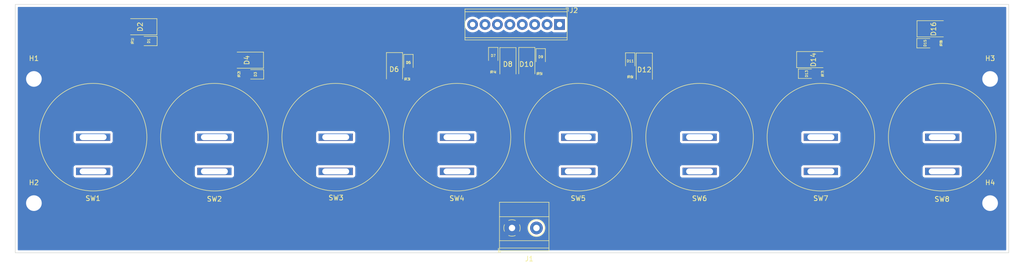
<source format=kicad_pcb>
(kicad_pcb (version 20211014) (generator pcbnew)
  (layers (0 "F.Cu" signal) (31 "B.Cu" power) (34 "B.Paste" user) (35 "F.Paste" user) (36 "B.SilkS" user "B.Silkscreen") (37 "F.SilkS" user "F.Silkscreen") (38 "B.Mask" user) (39 "F.Mask" user) (44 "Edge.Cuts" user))
  (net 0 "")
  (net 1 "OUT1")
  (net 2 "Net-(D1-Pad2)")
  (net 3 "PSW1")
  (net 4 "OUT2")
  (net 5 "Net-(D3-Pad2)")
  (net 6 "PSW2")
  (net 7 "OUT3")
  (net 8 "Net-(D5-Pad2)")
  (net 9 "PSW3")
  (net 10 "OUT4")
  (net 11 "Net-(D7-Pad2)")
  (net 12 "PSW4")
  (net 13 "OUT5")
  (net 14 "Net-(D9-Pad2)")
  (net 15 "PSW5")
  (net 16 "OUT6")
  (net 17 "Net-(D11-Pad2)")
  (net 18 "PSW6")
  (net 19 "OUT7")
  (net 20 "Net-(D13-Pad2)")
  (net 21 "PSW7")
  (net 22 "OUT8")
  (net 23 "Net-(D15-Pad2)")
  (net 24 "PSW8")
  (net 25 "POW IN")
  (net 26 "GND")
  (footprint "Rocker:RockerSwitch" (layer "F.Cu") (at 90.94 52.55 180)
    (fp_text reference "SW3" (at -0.07 -12.4 unlocked) (layer "F.SilkS"))
    (fp_text value "SW_DIP_x01")
    (fp_circle (center 0 0) (end 11 0) (layer "F.SilkS") (width 0.12) (fill none))
    (pad "1" thru_hole rect (at 0 -7 180) (size 7 1.5) (drill oval 5.5 1.2) (layers *.Cu *.Mask "B.Adhes") (net 25 "POW IN"))
    (pad "2" thru_hole rect (at 0 0 180) (size 7 1.5) (drill oval 5.5 1.2) (layers *.Cu *.Mask) (net 9 "PSW3"))
  )
  (footprint "TerminalBlock_Phoenix:TerminalBlock_Phoenix_MPT-0,5-8-2.54_1x08_P2.54mm_Horizontal" (layer "F.Cu") (at 136.72 29.5 180)
    (fp_text reference "J2" (at -2.92 2.88) (layer "F.SilkS"))
    (fp_text value "POWER OUT")
    (fp_line (start -1.56 -2.7) (end 19.341 -2.7) (layer "F.SilkS") (width 0.12))
    (fp_line (start -1.56 3.16) (end 19.341 3.16) (layer "F.SilkS") (width 0.12))
    (fp_line (start -1.56 -3.16) (end 19.341 -3.16) (layer "F.SilkS") (width 0.12))
    (fp_line (start -1.56 2.6) (end 19.341 2.6) (layer "F.SilkS") (width 0.12))
    (fp_line (start -1.56 -3.16) (end -1.56 3.16) (layer "F.SilkS") (width 0.12))
    (fp_line (start 19.341 -3.16) (end 19.341 3.16) (layer "F.SilkS") (width 0.12))
    (fp_line (start -1.8 2.66) (end -1.8 3.4) (layer "F.SilkS") (width 0.12))
    (fp_line (start -1.8 3.4) (end -1.3 3.4) (layer "F.SilkS") (width 0.12))
    (pad "1" thru_hole rect (at 0 0 180) (size 2.2 2.2) (drill 1.1) (layers *.Cu *.Mask) (net 22 "OUT8"))
    (pad "2" thru_hole circle (at 2.54 0 180) (size 2.2 2.2) (drill 1.1) (layers *.Cu *.Mask) (net 19 "OUT7"))
    (pad "3" thru_hole circle (at 5.08 0 180) (size 2.2 2.2) (drill 1.1) (layers *.Cu *.Mask) (net 16 "OUT6"))
    (pad "4" thru_hole circle (at 7.62 0 180) (size 2.2 2.2) (drill 1.1) (layers *.Cu *.Mask) (net 13 "OUT5"))
    (pad "5" thru_hole circle (at 10.16 0 180) (size 2.2 2.2) (drill 1.1) (layers *.Cu *.Mask) (net 10 "OUT4"))
    (pad "6" thru_hole circle (at 12.7 0 180) (size 2.2 2.2) (drill 1.1) (layers *.Cu *.Mask) (net 7 "OUT3"))
    (pad "7" thru_hole circle (at 15.24 0 180) (size 2.2 2.2) (drill 1.1) (layers *.Cu *.Mask) (net 4 "OUT2"))
    (pad "8" thru_hole circle (at 17.78 0 180) (size 2.2 2.2) (drill 1.1) (layers *.Cu *.Mask) (net 1 "OUT1"))
  )
  (footprint "Rocker:RockerSwitch" (layer "F.Cu") (at 165.37 52.55 180)
    (fp_text reference "SW6" (at 0.01 -12.54 unlocked) (layer "F.SilkS"))
    (fp_text value "SW_DIP_x01")
    (fp_circle (center 0 0) (end 11 0) (layer "F.SilkS") (width 0.12) (fill none))
    (pad "1" thru_hole rect (at 0 -7 180) (size 7 1.5) (drill oval 5.5 1.2) (layers *.Cu *.Mask "B.Adhes") (net 25 "POW IN"))
    (pad "2" thru_hole rect (at 0 0 180) (size 7 1.5) (drill oval 5.5 1.2) (layers *.Cu *.Mask) (net 18 "PSW6"))
  )
  (footprint "Rocker:RockerSwitch" (layer "F.Cu") (at 190.18 52.55 180)
    (fp_text reference "SW7" (at 0.02 -12.52 unlocked) (layer "F.SilkS"))
    (fp_text value "SW_DIP_x01")
    (fp_circle (center 0 0) (end 11 0) (layer "F.SilkS") (width 0.12) (fill none))
    (pad "1" thru_hole rect (at 0 -7 180) (size 7 1.5) (drill oval 5.5 1.2) (layers *.Cu *.Mask "B.Adhes") (net 25 "POW IN"))
    (pad "2" thru_hole rect (at 0 0 180) (size 7 1.5) (drill oval 5.5 1.2) (layers *.Cu *.Mask) (net 21 "PSW7"))
  )
  (footprint "Resistor_SMD:R_0603_1608Metric" (layer "F.Cu") (at 214.765 33.33)
    (fp_text reference "R8" (at 0 0 90) (layer "F.SilkS") (effects (font (size 0.5 0.5) (thickness 0.1))))
    (fp_text value "2.9K")
    (fp_line (start -0.237258 -0.5225) (end 0.237258 -0.5225) (layer "F.SilkS") (width 0.12))
    (fp_line (start -0.237258 0.5225) (end 0.237258 0.5225) (layer "F.SilkS") (width 0.12))
    (pad "1" smd roundrect (at -0.825 0) (size 0.8 0.95) (layers "F.Cu" "F.Paste" "F.Mask") (net 23 "Net-(D15-Pad2)"))
    (pad "2" smd roundrect (at 0.825 0) (size 0.8 0.95) (layers "F.Cu" "F.Paste" "F.Mask") (net 24 "PSW8"))
  )
  (footprint "Resistor_SMD:R_0603_1608Metric" (layer "F.Cu") (at 151.18 40.22 -90)
    (fp_text reference "R6" (at 0 0 180) (layer "F.SilkS") (effects (font (size 0.5 0.5) (thickness 0.1))))
    (fp_text value "2.9K")
    (fp_line (start -0.237258 0.5225) (end 0.237258 0.5225) (layer "F.SilkS") (width 0.12))
    (fp_line (start -0.237258 -0.5225) (end 0.237258 -0.5225) (layer "F.SilkS") (width 0.12))
    (pad "1" smd roundrect (at -0.825 0 270) (size 0.8 0.95) (layers "F.Cu" "F.Paste" "F.Mask") (net 17 "Net-(D11-Pad2)"))
    (pad "2" smd roundrect (at 0.825 0 270) (size 0.8 0.95) (layers "F.Cu" "F.Paste" "F.Mask") (net 18 "PSW6"))
  )
  (footprint "Diode_SMD:D_SMA" (layer "F.Cu") (at 102.97 38.65 -90)
    (fp_text reference "D6" (at 0.03 0.08 180) (layer "F.SilkS"))
    (fp_text value "D_Small")
    (fp_line (start -3.4 -1.65) (end -3.4 1.65) (layer "F.SilkS") (width 0.12))
    (fp_line (start -3.4 1.65) (end 2 1.65) (layer "F.SilkS") (width 0.12))
    (fp_line (start -3.4 -1.65) (end 2 -1.65) (layer "F.SilkS") (width 0.12))
    (pad "1" smd rect (at -2 0 270) (size 2.5 1.8) (layers "F.Cu" "F.Paste" "F.Mask") (net 7 "OUT3"))
    (pad "2" smd rect (at 2 0 270) (size 2.5 1.8) (layers "F.Cu" "F.Paste" "F.Mask") (net 9 "PSW3"))
  )
  (footprint "Resistor_SMD:R_0603_1608Metric" (layer "F.Cu") (at 105.57 40.67 -90)
    (fp_text reference "R3" (at 0.02 0.01 180) (layer "F.SilkS") (effects (font (size 0.5 0.5) (thickness 0.1))))
    (fp_text value "2.9K")
    (fp_line (start -0.237258 -0.5225) (end 0.237258 -0.5225) (layer "F.SilkS") (width 0.12))
    (fp_line (start -0.237258 0.5225) (end 0.237258 0.5225) (layer "F.SilkS") (width 0.12))
    (pad "1" smd roundrect (at -0.825 0 270) (size 0.8 0.95) (layers "F.Cu" "F.Paste" "F.Mask") (net 8 "Net-(D5-Pad2)"))
    (pad "2" smd roundrect (at 0.825 0 270) (size 0.8 0.95) (layers "F.Cu" "F.Paste" "F.Mask") (net 9 "PSW3"))
  )
  (footprint "LED_SMD:LED_0805_2012Metric" (layer "F.Cu") (at 105.82 37.31 -90)
    (fp_text reference "D5" (at -0.01 0.01 180) (layer "F.SilkS") (effects (font (size 0.5 0.5))))
    (fp_text value "LED")
    (fp_line (start -1.685 0.96) (end 1 0.96) (layer "F.SilkS") (width 0.12))
    (fp_line (start 1 -0.96) (end -1.685 -0.96) (layer "F.SilkS") (width 0.12))
    (fp_line (start -1.685 -0.96) (end -1.685 0.96) (layer "F.SilkS") (width 0.12))
    (pad "1" smd roundrect (at -0.9375 0 270) (size 0.975 1.4) (layers "F.Cu" "F.Paste" "F.Mask") (net 7 "OUT3"))
    (pad "2" smd roundrect (at 0.9375 0 270) (size 0.975 1.4) (layers "F.Cu" "F.Paste" "F.Mask") (net 8 "Net-(D5-Pad2)"))
  )
  (footprint "Diode_SMD:D_SMA" (layer "F.Cu") (at 188.62 36.69)
    (fp_text reference "D14" (at 0.029999 0.04 90) (layer "F.SilkS"))
    (fp_text value "D_Small")
    (fp_line (start -3.4 -1.65) (end -3.4 1.65) (layer "F.SilkS") (width 0.12))
    (fp_line (start -3.4 1.65) (end 2 1.65) (layer "F.SilkS") (width 0.12))
    (fp_line (start -3.4 -1.65) (end 2 -1.65) (layer "F.SilkS") (width 0.12))
    (pad "1" smd rect (at -2 0) (size 2.5 1.8) (layers "F.Cu" "F.Paste" "F.Mask") (net 19 "OUT7"))
    (pad "2" smd rect (at 2 0) (size 2.5 1.8) (layers "F.Cu" "F.Paste" "F.Mask") (net 21 "PSW7"))
  )
  (footprint "Resistor_SMD:R_0603_1608Metric" (layer "F.Cu") (at 123.15 39.225 -90)
    (fp_text reference "R4" (at 0 0 180) (layer "F.SilkS") (effects (font (size 0.5 0.5) (thickness 0.1))))
    (fp_text value "2.9K")
    (fp_line (start -0.237258 0.5225) (end 0.237258 0.5225) (layer "F.SilkS") (width 0.12))
    (fp_line (start -0.237258 -0.5225) (end 0.237258 -0.5225) (layer "F.SilkS") (width 0.12))
    (pad "1" smd roundrect (at -0.825 0 270) (size 0.8 0.95) (layers "F.Cu" "F.Paste" "F.Mask") (net 11 "Net-(D7-Pad2)"))
    (pad "2" smd roundrect (at 0.825 0 270) (size 0.8 0.95) (layers "F.Cu" "F.Paste" "F.Mask") (net 12 "PSW4"))
  )
  (footprint "Diode_SMD:D_SMA" (layer "F.Cu") (at 126.17 37.63 -90)
    (fp_text reference "D8" (at 0 0.03 180) (layer "F.SilkS"))
    (fp_text value "D_Small")
    (fp_line (start -3.4 -1.65) (end 2 -1.65) (layer "F.SilkS") (width 0.12))
    (fp_line (start -3.4 -1.65) (end -3.4 1.65) (layer "F.SilkS") (width 0.12))
    (fp_line (start -3.4 1.65) (end 2 1.65) (layer "F.SilkS") (width 0.12))
    (pad "1" smd rect (at -2 0 270) (size 2.5 1.8) (layers "F.Cu" "F.Paste" "F.Mask") (net 10 "OUT4"))
    (pad "2" smd rect (at 2 0 270) (size 2.5 1.8) (layers "F.Cu" "F.Paste" "F.Mask") (net 12 "PSW4"))
  )
  (footprint "MountingHole:MountingHole_3.2mm_M3_Pad_TopBottom" (layer "F.Cu") (at 224.79 66.04)
    (fp_text reference "H4" (at 0 -4.2) (layer "F.SilkS"))
    (fp_text value "MountingHole_Pad")
    (pad "1" connect circle (at 0 0) (size 6.4 6.4) (layers "B.Cu" "B.Mask") (net 26 "GND"))
    (pad "1" thru_hole circle (at 0 0) (size 3.6 3.6) (drill 3.2) (layers *.Cu *.Mask) (net 26 "GND"))
    (pad "1" connect circle (at 0 0) (size 6.4 6.4) (layers "F.Cu" "F.Mask") (net 26 "GND"))
  )
  (footprint "TerminalBlock_Phoenix:TerminalBlock_Phoenix_MKDS-1,5-2_1x02_P5.00mm_Horizontal" (layer "F.Cu") (at 127 71.12)
    (fp_text reference "J1" (at 3.53 6.315) (layer "F.SilkS"))
    (fp_text value "POWER")
    (fp_line (start -2.56 4.1) (end 7.56 4.1) (layer "F.SilkS") (width 0.12))
    (fp_line (start 7.56 -5.261) (end 7.56 4.66) (layer "F.SilkS") (width 0.12))
    (fp_line (start -2.56 -5.261) (end -2.56 4.66) (layer "F.SilkS") (width 0.12))
    (fp_line (start -2.56 -2.301) (end 7.56 -2.301) (layer "F.SilkS") (width 0.12))
    (fp_line (start -2.56 2.6) (end 7.56 2.6) (layer "F.SilkS") (width 0.12))
    (fp_line (start -2.8 4.9) (end -2.3 4.9) (layer "F.SilkS") (width 0.12))
    (fp_line (start 3.966 1.239) (end 3.931 1.274) (layer "F.SilkS") (width 0.12))
    (fp_line (start 3.773 1.023) (end 3.726 1.069) (layer "F.SilkS") (width 0.12))
    (fp_line (start -2.56 4.66) (end 7.56 4.66) (layer "F.SilkS") (width 0.12))
    (fp_line (start -2.8 4.16) (end -2.8 4.9) (layer "F.SilkS") (width 0.12))
    (fp_line (start -2.56 -5.261) (end 7.56 -5.261) (layer "F.SilkS") (width 0.12))
    (fp_line (start 6.07 -1.275) (end 6.035 -1.239) (layer "F.SilkS") (width 0.12))
    (fp_line (start 6.275 -1.069) (end 6.228 -1.023) (layer "F.SilkS") (width 0.12))
    (fp_arc (start -0.683042 -1.535427) (mid 0.000524 -1.680501) (end 0.684 -1.535) (layer "F.SilkS") (width 0.12))
    (fp_arc (start 1.535427 -0.683042) (mid 1.680501 0.000524) (end 1.535 0.684) (layer "F.SilkS") (width 0.12))
    (fp_arc (start -1.535427 0.683042) (mid -1.680501 -0.000524) (end -1.535 -0.684) (layer "F.SilkS") (width 0.12))
    (fp_arc (start 0.683318 1.534756) (mid 0.349292 1.643288) (end 0 1.68) (layer "F.SilkS") (width 0.12))
    (fp_arc (start 0.028805 1.680253) (mid -0.335551 1.646659) (end -0.684 1.535) (layer "F.SilkS") (width 0.12))
    (fp_circle (center 5 0) (end 6.68 0) (layer "F.SilkS") (width 0.12) (fill none))
    (pad "1" thru_hole rect (at 0 0) (size 2.6 2.6) (drill 1.3) (layers *.Cu *.Mask) (net 26 "GND"))
    (pad "2" thru_hole circle (at 5 0) (size 2.6 2.6) (drill 1.3) (layers *.Cu *.Mask) (net 25 "POW IN"))
  )
  (footprint "Diode_SMD:D_SMA" (layer "F.Cu") (at 50.9725 29.96 180)
    (fp_text reference "D2" (at 0.02 -0.01 90) (layer "F.SilkS"))
    (fp_text value "D_Small")
    (fp_line (start -3.4 1.65) (end 2 1.65) (layer "F.SilkS") (width 0.12))
    (fp_line (start -3.4 -1.65) (end -3.4 1.65) (layer "F.SilkS") (width 0.12))
    (fp_line (start -3.4 -1.65) (end 2 -1.65) (layer "F.SilkS") (width 0.12))
    (pad "1" smd rect (at -2 0 180) (size 2.5 1.8) (layers "F.Cu" "F.Paste" "F.Mask") (net 1 "OUT1"))
    (pad "2" smd rect (at 2 0 180) (size 2.5 1.8) (layers "F.Cu" "F.Paste" "F.Mask") (net 3 "PSW1"))
  )
  (footprint "Resistor_SMD:R_0603_1608Metric" (layer "F.Cu") (at 71.160001 39.68 180)
    (fp_text reference "R2" (at 0 0 90) (layer "F.SilkS") (effects (font (size 0.5 0.5) (thickness 0.1))))
    (fp_text value "2.9K")
    (fp_line (start -0.237258 0.5225) (end 0.237258 0.5225) (layer "F.SilkS") (width 0.12))
    (fp_line (start -0.237258 -0.5225) (end 0.237258 -0.5225) (layer "F.SilkS") (width 0.12))
    (pad "1" smd roundrect (at -0.825 0 180) (size 0.8 0.95) (layers "F.Cu" "F.Paste" "F.Mask") (net 5 "Net-(D3-Pad2)"))
    (pad "2" smd roundrect (at 0.825 0 180) (size 0.8 0.95) (layers "F.Cu" "F.Paste" "F.Mask") (net 6 "PSW2"))
  )
  (footprint "Rocker:RockerSwitch" (layer "F.Cu") (at 140.56 52.55 180)
    (fp_text reference "SW5" (at 0.02 -12.52 unlocked) (layer "F.SilkS"))
    (fp_text value "SW_DIP_x01")
    (fp_circle (center 0 0) (end 11 0) (layer "F.SilkS") (width 0.12) (fill none))
    (pad "1" thru_hole rect (at 0 -7 180) (size 7 1.5) (drill oval 5.5 1.2) (layers *.Cu *.Mask "B.Adhes") (net 25 "POW IN"))
    (pad "2" thru_hole rect (at 0 0 180) (size 7 1.5) (drill oval 5.5 1.2) (layers *.Cu *.Mask) (net 15 "PSW5"))
  )
  (footprint "LED_SMD:LED_0805_2012Metric" (layer "F.Cu") (at 187.262498 39.57)
    (fp_text reference "D13" (at -0.002499 0 90) (layer "F.SilkS") (effects (font (size 0.5 0.5) (thickness 0.1))))
    (fp_text value "LED")
    (fp_line (start -1.685 -0.96) (end -1.685 0.96) (layer "F.SilkS") (width 0.12))
    (fp_line (start -1.685 0.96) (end 1 0.96) (layer "F.SilkS") (width 0.12))
    (fp_line (start 1 -0.96) (end -1.685 -0.96) (layer "F.SilkS") (width 0.12))
    (pad "1" smd roundrect (at -0.9375 0) (size 0.975 1.4) (layers "F.Cu" "F.Paste" "F.Mask") (net 19 "OUT7"))
    (pad "2" smd roundrect (at 0.9375 0) (size 0.975 1.4) (layers "F.Cu" "F.Paste" "F.Mask") (net 20 "Net-(D13-Pad2)"))
  )
  (footprint "LED_SMD:LED_0805_2012Metric" (layer "F.Cu") (at 151.18 36.98 -90)
    (fp_text reference "D11" (at 0 0 180) (layer "F.SilkS") (effects (font (size 0.5 0.5) (thickness 0.1))))
    (fp_text value "LED")
    (fp_line (start -1.685 -0.96) (end -1.685 0.96) (layer "F.SilkS") (width 0.12))
    (fp_line (start 1 -0.96) (end -1.685 -0.96) (layer "F.SilkS") (width 0.12))
    (fp_line (start -1.685 0.96) (end 1 0.96) (layer "F.SilkS") (width 0.12))
    (pad "1" smd roundrect (at -0.9375 0 270) (size 0.975 1.4) (layers "F.Cu" "F.Paste" "F.Mask") (net 16 "OUT6"))
    (pad "2" smd roundrect (at 0.9375 0 270) (size 0.975 1.4) (layers "F.Cu" "F.Paste" "F.Mask") (net 17 "Net-(D11-Pad2)"))
  )
  (footprint "MountingHole:MountingHole_3.2mm_M3_Pad_TopBottom" (layer "F.Cu") (at 29.21 66.04)
    (fp_text reference "H2" (at 0 -4.2) (layer "F.SilkS"))
    (fp_text value "MountingHole_Pad")
    (pad "1" connect circle (at 0 0) (size 6.4 6.4) (layers "F.Cu" "F.Mask") (net 26 "GND"))
    (pad "1" thru_hole circle (at 0 0) (size 3.6 3.6) (drill 3.2) (layers *.Cu *.Mask) (net 26 "GND"))
    (pad "1" connect circle (at 0 0) (size 6.4 6.4) (layers "B.Cu" "B.Mask") (net 26 "GND"))
  )
  (footprint "LED_SMD:LED_0805_2012Metric" (layer "F.Cu") (at 52.732499 32.88 180)
    (fp_text reference "D1" (at 0.03 0.01 90) (layer "F.SilkS") (effects (font (size 0.5 0.5) (thickness 0.1))))
    (fp_text value "LED")
    (fp_line (start 1 -0.96) (end -1.685 -0.96) (layer "F.SilkS") (width 0.12))
    (fp_line (start -1.685 -0.96) (end -1.685 0.96) (layer "F.SilkS") (width 0.12))
    (fp_line (start -1.685 0.96) (end 1 0.96) (layer "F.SilkS") (width 0.12))
    (pad "1" smd roundrect (at -0.9375 0 180) (size 0.975 1.4) (layers "F.Cu" "F.Paste" "F.Mask") (net 1 "OUT1"))
    (pad "2" smd roundrect (at 0.9375 0 180) (size 0.975 1.4) (layers "F.Cu" "F.Paste" "F.Mask") (net 2 "Net-(D1-Pad2)"))
  )
  (footprint "Rocker:RockerSwitch" (layer "F.Cu") (at 115.75 52.55 180)
    (fp_text reference "SW4" (at 0.02 -12.52 unlocked) (layer "F.SilkS"))
    (fp_text value "SW_DIP_x01")
    (fp_circle (center 0 0) (end 11 0) (layer "F.SilkS") (width 0.12) (fill none))
    (pad "1" thru_hole rect (at 0 -7 180) (size 7 1.5) (drill oval 5.5 1.2) (layers *.Cu *.Mask "B.Adhes") (net 25 "POW IN"))
    (pad "2" thru_hole rect (at 0 0 180) (size 7 1.5) (drill oval 5.5 1.2) (layers *.Cu *.Mask) (net 12 "PSW4"))
  )
  (footprint "Rocker:RockerSwitch" (layer "F.Cu") (at 66.13 52.55 180)
    (fp_text reference "SW2" (at 0 -12.64 unlocked) (layer "F.SilkS"))
    (fp_text value "SW_DIP_x01")
    (fp_circle (center 0 0) (end 11 0) (layer "F.SilkS") (width 0.12) (fill none))
    (pad "1" thru_hole rect (at 0 -7 180) (size 7 1.5) (drill oval 5.5 1.2) (layers *.Cu *.Mask "B.Adhes") (net 25 "POW IN"))
    (pad "2" thru_hole rect (at 0 0 180) (size 7 1.5) (drill oval 5.5 1.2) (layers *.Cu *.Mask) (net 6 "PSW2"))
  )
  (footprint "LED_SMD:LED_0805_2012Metric" (layer "F.Cu") (at 132.87 36.13 -90)
    (fp_text reference "D9" (at 0 0 180) (layer "F.SilkS") (effects (font (size 0.5 0.5) (thickness 0.1))))
    (fp_text value "LED")
    (fp_line (start 1 -0.96) (end -1.685 -0.96) (layer "F.SilkS") (width 0.12))
    (fp_line (start -1.685 -0.96) (end -1.685 0.96) (layer "F.SilkS") (width 0.12))
    (fp_line (start -1.685 0.96) (end 1 0.96) (layer "F.SilkS") (width 0.12))
    (pad "1" smd roundrect (at -0.9375 0 270) (size 0.975 1.4) (layers "F.Cu" "F.Paste" "F.Mask") (net 13 "OUT5"))
    (pad "2" smd roundrect (at 0.9375 0 270) (size 0.975 1.4) (layers "F.Cu" "F.Paste" "F.Mask") (net 14 "Net-(D9-Pad2)"))
  )
  (footprint "Resistor_SMD:R_0603_1608Metric" (layer "F.Cu") (at 190.539999 39.57)
    (fp_text reference "R7" (at 0 0 90) (layer "F.SilkS") (effects (font (size 0.5 0.5) (thickness 0.1))))
    (fp_text value "2.9K")
    (fp_line (start -0.237258 -0.5225) (end 0.237258 -0.5225) (layer "F.SilkS") (width 0.12))
    (fp_line (start -0.237258 0.5225) (end 0.237258 0.5225) (layer "F.SilkS") (width 0.12))
    (pad "1" smd roundrect (at -0.825 0) (size 0.8 0.95) (layers "F.Cu" "F.Paste" "F.Mask") (net 20 "Net-(D13-Pad2)"))
    (pad "2" smd roundrect (at 0.825 0) (size 0.8 0.95) (layers "F.Cu" "F.Paste" "F.Mask") (net 21 "PSW7"))
  )
  (footprint "Diode_SMD:D_SMA" (layer "F.Cu") (at 213.24 30.38)
    (fp_text reference "D16" (at -0.02 0.04 90) (layer "F.SilkS"))
    (fp_text value "D_Small")
    (fp_line (start -3.4 -1.65) (end -3.4 1.65) (layer "F.SilkS") (width 0.12))
    (fp_line (start -3.4 1.65) (end 2 1.65) (layer "F.SilkS") (width 0.12))
    (fp_line (start -3.4 -1.65) (end 2 -1.65) (layer "F.SilkS") (width 0.12))
    (pad "1" smd rect (at -2 0) (size 2.5 1.8) (layers "F.Cu" "F.Paste" "F.Mask") (net 22 "OUT8"))
    (pad "2" smd rect (at 2 0) (size 2.5 1.8) (layers "F.Cu" "F.Paste" "F.Mask") (net 24 "PSW8"))
  )
  (footprint "LED_SMD:LED_0805_2012Metric" (layer "F.Cu") (at 74.527501 39.7 180)
    (fp_text reference "D3" (at 0.007501 0 90) (layer "F.SilkS") (effects (font (size 0.5 0.5) (thickness 0.1))))
    (fp_text value "LED")
    (fp_line (start -1.685 0.96) (end 1 0.96) (layer "F.SilkS") (width 0.12))
    (fp_line (start 1 -0.96) (end -1.685 -0.96) (layer "F.SilkS") (width 0.12))
    (fp_line (start -1.685 -0.96) (end -1.685 0.96) (layer "F.SilkS") (width 0.12))
    (pad "1" smd roundrect (at -0.9375 0 180) (size 0.975 1.4) (layers "F.Cu" "F.Paste" "F.Mask") (net 4 "OUT2"))
    (pad "2" smd roundrect (at 0.9375 0 180) (size 0.975 1.4) (layers "F.Cu" "F.Paste" "F.Mask") (net 5 "Net-(D3-Pad2)"))
  )
  (footprint "Resistor_SMD:R_0603_1608Metric" (layer "F.Cu") (at 49.3625 32.890001 180)
    (fp_text reference "R1" (at 0 0 90) (layer "F.SilkS") (effects (font (size 0.5 0.5) (thickness 0.1))))
    (fp_text value "2.9K")
    (fp_line (start -0.237258 0.5225) (end 0.237258 0.5225) (layer "F.SilkS") (width 0.12))
    (fp_line (start -0.237258 -0.5225) (end 0.237258 -0.5225) (layer "F.SilkS") (width 0.12))
    (pad "1" smd roundrect (at -0.825 0 180) (size 0.8 0.95) (layers "F.Cu" "F.Paste" "F.Mask") (net 2 "Net-(D1-Pad2)"))
    (pad "2" smd roundrect (at 0.825 0 180) (size 0.8 0.95) (layers "F.Cu" "F.Paste" "F.Mask") (net 3 "PSW1"))
  )
  (footprint "Rocker:RockerSwitch" (layer "F.Cu") (at 214.99 52.55 180)
    (fp_text reference "SW8" (at 0.03 -12.68 unlocked) (layer "F.SilkS"))
    (fp_text value "SW_DIP_x01")
    (fp_circle (center 0 0) (end 11 0) (layer "F.SilkS") (width 0.12) (fill none))
    (pad "1" thru_hole rect (at 0 -7 180) (size 7 1.5) (drill oval 5.5 1.2) (layers *.Cu *.Mask "B.Adhes") (net 25 "POW IN"))
    (pad "2" thru_hole rect (at 0 0 180) (size 7 1.5) (drill oval 5.5 1.2) (layers *.Cu *.Mask) (net 24 "PSW8"))
  )
  (footprint "Diode_SMD:D_SMA" (layer "F.Cu") (at 72.77 36.8 180)
    (fp_text reference "D4" (at 0 0.01 90) (layer "F.SilkS"))
    (fp_text value "D_Small")
    (fp_line (start -3.4 -1.65) (end -3.4 1.65) (layer "F.SilkS") (width 0.12))
    (fp_line (start -3.4 1.65) (end 2 1.65) (layer "F.SilkS") (width 0.12))
    (fp_line (start -3.4 -1.65) (end 2 -1.65) (layer "F.SilkS") (width 0.12))
    (pad "1" smd rect (at -2 0 180) (size 2.5 1.8) (layers "F.Cu" "F.Paste" "F.Mask") (net 4 "OUT2"))
    (pad "2" smd rect (at 2 0 180) (size 2.5 1.8) (layers "F.Cu" "F.Paste" "F.Mask") (net 6 "PSW2"))
  )
  (footprint "MountingHole:MountingHole_3.2mm_M3_Pad_TopBottom" (layer "F.Cu") (at 224.79 40.64)
    (fp_text reference "H3" (at 0 -4.2) (layer "F.SilkS"))
    (fp_text value "MountingHole_Pad")
    (pad "1" connect circle (at 0 0) (size 6.4 6.4) (layers "F.Cu" "F.Mask") (net 26 "GND"))
    (pad "1" connect circle (at 0 0) (size 6.4 6.4) (layers "B.Cu" "B.Mask") (net 26 "GND"))
    (pad "1" thru_hole circle (at 0 0) (size 3.6 3.6) (drill 3.2) (layers *.Cu *.Mask) (net 26 "GND"))
  )
  (footprint "Diode_SMD:D_SMA" (layer "F.Cu") (at 154.06 38.74 -90)
    (fp_text reference "D12" (at 0.02 0 180) (layer "F.SilkS"))
    (fp_text value "D_Small")
    (fp_line (start -3.4 -1.65) (end -3.4 1.65) (layer "F.SilkS") (width 0.12))
    (fp_line (start -3.4 1.65) (end 2 1.65) (layer "F.SilkS") (width 0.12))
    (fp_line (start -3.4 -1.65) (end 2 -1.65) (layer "F.SilkS") (width 0.12))
    (pad "1" smd rect (at -2 0 270) (size 2.5 1.8) (layers "F.Cu" "F.Paste" "F.Mask") (net 16 "OUT6"))
    (pad "2" smd rect (at 2 0 270) (size 2.5 1.8) (layers "F.Cu" "F.Paste" "F.Mask") (net 18 "PSW6"))
  )
  (footprint "Rocker:RockerSwitch" (layer "F.Cu") (at 41.32 52.55 180)
    (fp_text reference "SW1" (at 0.02 -12.52 unlocked) (layer "F.SilkS"))
    (fp_text value "SW_DIP_x01")
    (fp_circle (center 0 0) (end 11 0) (layer "F.SilkS") (width 0.12) (fill none))
    (pad "1" thru_hole rect (at 0 -7 180) (size 7 1.5) (drill oval 5.5 1.2) (layers *.Cu *.Mask "B.Adhes") (net 25 "POW IN"))
    (pad "2" thru_hole rect (at 0 0 180) (size 7 1.5) (drill oval 5.5 1.2) (layers *.Cu *.Mask) (net 3 "PSW1"))
  )
  (footprint "LED_SMD:LED_0805_2012Metric" (layer "F.Cu") (at 123.16 35.88 -90)
    (fp_text reference "D7" (at 0 0 180) (layer "F.SilkS") (effects (font (size 0.5 0.5) (thickness 0.1))))
    (fp_text value "LED")
    (fp_line (start 1 -0.96) (end -1.685 -0.96) (layer "F.SilkS") (width 0.12))
    (fp_line (start -1.685 0.96) (end 1 0.96) (layer "F.SilkS") (width 0.12))
    (fp_line (start -1.685 -0.96) (end -1.685 0.96) (layer "F.SilkS") (width 0.12))
    (pad "1" smd roundrect (at -0.9375 0 270) (size 0.975 1.4) (layers "F.Cu" "F.Paste" "F.Mask") (net 10 "OUT4"))
    (pad "2" smd roundrect (at 0.9375 0 270) (size 0.975 1.4) (layers "F.Cu" "F.Paste" "F.Mask") (net 11 "Net-(D7-Pad2)"))
  )
  (footprint "Resistor_SMD:R_0603_1608Metric" (layer "F.Cu") (at 132.62 39.56 -90)
    (fp_text reference "R5" (at 0.01 0 180) (layer "F.SilkS") (effects (font (size 0.5 0.5) (thickness 0.1))))
    (fp_text value "2.9K")
    (fp_line (start -0.237258 0.5225) (end 0.237258 0.5225) (layer "F.SilkS") (width 0.12))
    (fp_line (start -0.237258 -0.5225) (end 0.237258 -0.5225) (layer "F.SilkS") (width 0.12))
    (pad "1" smd roundrect (at -0.825 0 270) (size 0.8 0.95) (layers "F.Cu" "F.Paste" "F.Mask") (net 14 "Net-(D9-Pad2)"))
    (pad "2" smd roundrect (at 0.825 0 270) (size 0.8 0.95) (layers "F.Cu" "F.Paste" "F.Mask") (net 15 "PSW5"))
  )
  (footprint "MountingHole:MountingHole_3.2mm_M3_Pad_TopBottom" (layer "F.Cu") (at 29.21 40.64)
    (fp_text reference "H1" (at 0 -4.2) (layer "F.SilkS"))
    (fp_text value "MountingHole_Pad")
    (pad "1" connect circle (at 0 0) (size 6.4 6.4) (layers "B.Cu" "B.Mask") (net 26 "GND"))
    (pad "1" thru_hole circle (at 0 0) (size 3.6 3.6) (drill 3.2) (layers *.Cu *.Mask) (net 26 "GND"))
    (pad "1" connect circle (at 0 0) (size 6.4 6.4) (layers "F.Cu" "F.Mask") (net 26 "GND"))
  )
  (footprint "Diode_SMD:D_SMA" (layer "F.Cu") (at 130.03 37.6 -90)
    (fp_text reference "D10" (at 0.03 0.07 180) (layer "F.SilkS"))
    (fp_text value "D_Small")
    (fp_line (start -3.4 -1.65) (end 2 -1.65) (layer "F.SilkS") (width 0.12))
    (fp_line (start -3.4 1.65) (end 2 1.65) (layer "F.SilkS") (width 0.12))
    (fp_line (start -3.4 -1.65) (end -3.4 1.65) (layer "F.SilkS") (width 0.12))
    (pad "1" smd rect (at -2 0 270) (size 2.5 1.8) (layers "F.Cu" "F.Paste" "F.Mask") (net 13 "OUT5"))
    (pad "2" smd rect (at 2 0 270) (size 2.5 1.8) (layers "F.Cu" "F.Paste" "F.Mask") (net 15 "PSW5"))
  )
  (footprint "LED_SMD:LED_0805_2012Metric" (layer "F.Cu") (at 211.49 33.33)
    (fp_text reference "D15" (at 0 0 90) (layer "F.SilkS") (effects (font (size 0.5 0.5) (thickness 0.1))))
    (fp_text value "LED")
    (fp_line (start -1.685 0.96) (end 1 0.96) (layer "F.SilkS") (width 0.12))
    (fp_line (start -1.685 -0.96) (end -1.685 0.96) (layer "F.SilkS") (width 0.12))
    (fp_line (start 1 -0.96) (end -1.685 -0.96) (layer "F.SilkS") (width 0.12))
    (pad "1" smd roundrect (at -0.9375 0) (size 0.975 1.4) (layers "F.Cu" "F.Paste" "F.Mask") (net 22 "OUT8"))
    (pad "2" smd roundrect (at 0.9375 0) (size 0.975 1.4) (layers "F.Cu" "F.Paste" "F.Mask") (net 23 "Net-(D15-Pad2)"))
  )
  (gr_rect (start 25.4 25.4) (end 228.6 76.2) (layer "Edge.Cuts") (width 0.1) (fill none))
  (zone (net 26) (net_name "GND") (layer "B.Cu") (connect_pads yes (clearance 0.508)) (min_thickness 0.254) (fill yes (thermal_gap 0.508) (thermal_bridge_width 0.508))
    (polygon (pts (xy 228.64 76.17) (xy 25.42 76.19) (xy 25.44 25.41) (xy 228.57 25.41)))
  )
)
</source>
